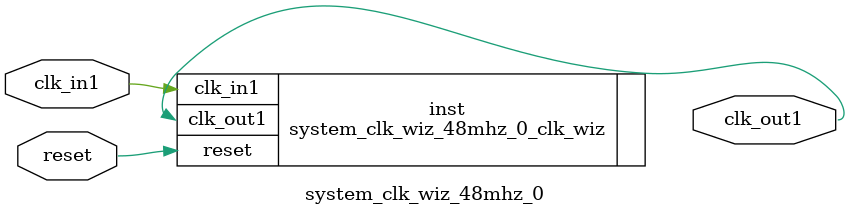
<source format=v>


`timescale 1ps/1ps

(* CORE_GENERATION_INFO = "system_clk_wiz_48mhz_0,clk_wiz_v6_0_6_0_0,{component_name=system_clk_wiz_48mhz_0,use_phase_alignment=true,use_min_o_jitter=false,use_max_i_jitter=false,use_dyn_phase_shift=false,use_inclk_switchover=false,use_dyn_reconfig=false,enable_axi=0,feedback_source=FDBK_AUTO,PRIMITIVE=MMCM,num_out_clk=1,clkin1_period=83.333,clkin2_period=10.0,use_power_down=false,use_reset=true,use_locked=false,use_inclk_stopped=false,feedback_type=SINGLE,CLOCK_MGR_TYPE=NA,manual_override=false}" *)

module system_clk_wiz_48mhz_0 
 (
  // Clock out ports
  output        clk_out1,
  // Status and control signals
  input         reset,
 // Clock in ports
  input         clk_in1
 );

  system_clk_wiz_48mhz_0_clk_wiz inst
  (
  // Clock out ports  
  .clk_out1(clk_out1),
  // Status and control signals               
  .reset(reset), 
 // Clock in ports
  .clk_in1(clk_in1)
  );

endmodule

</source>
